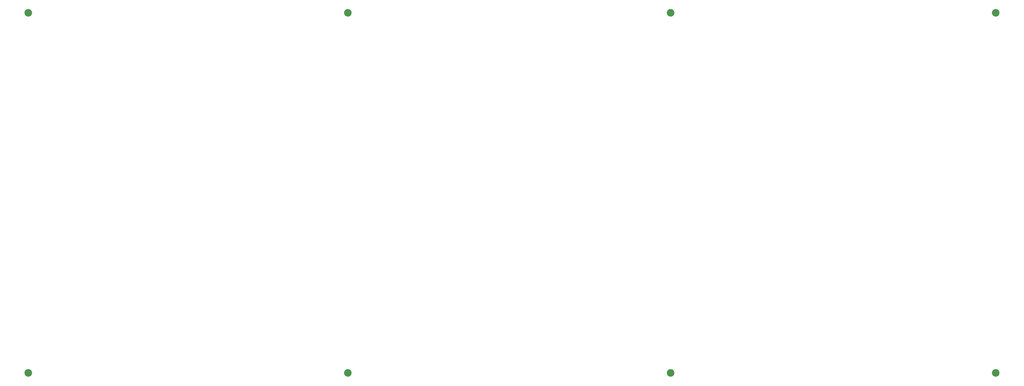
<source format=gbr>
G04 #@! TF.GenerationSoftware,KiCad,Pcbnew,5.1.9-73d0e3b20d~88~ubuntu18.04.1*
G04 #@! TF.CreationDate,2021-02-11T00:16:01-06:00*
G04 #@! TF.ProjectId,plate,706c6174-652e-46b6-9963-61645f706362,rev?*
G04 #@! TF.SameCoordinates,Original*
G04 #@! TF.FileFunction,Soldermask,Bot*
G04 #@! TF.FilePolarity,Negative*
%FSLAX46Y46*%
G04 Gerber Fmt 4.6, Leading zero omitted, Abs format (unit mm)*
G04 Created by KiCad (PCBNEW 5.1.9-73d0e3b20d~88~ubuntu18.04.1) date 2021-02-11 00:16:01*
%MOMM*%
%LPD*%
G01*
G04 APERTURE LIST*
%ADD10C,2.200000*%
G04 APERTURE END LIST*
D10*
X240506250Y-142875000D03*
X146843750Y-142875000D03*
X240506250Y-38100000D03*
X146843750Y-38100000D03*
X334962500Y-38100000D03*
X334962500Y-142875000D03*
X53975000Y-142875000D03*
X53975000Y-38100000D03*
M02*

</source>
